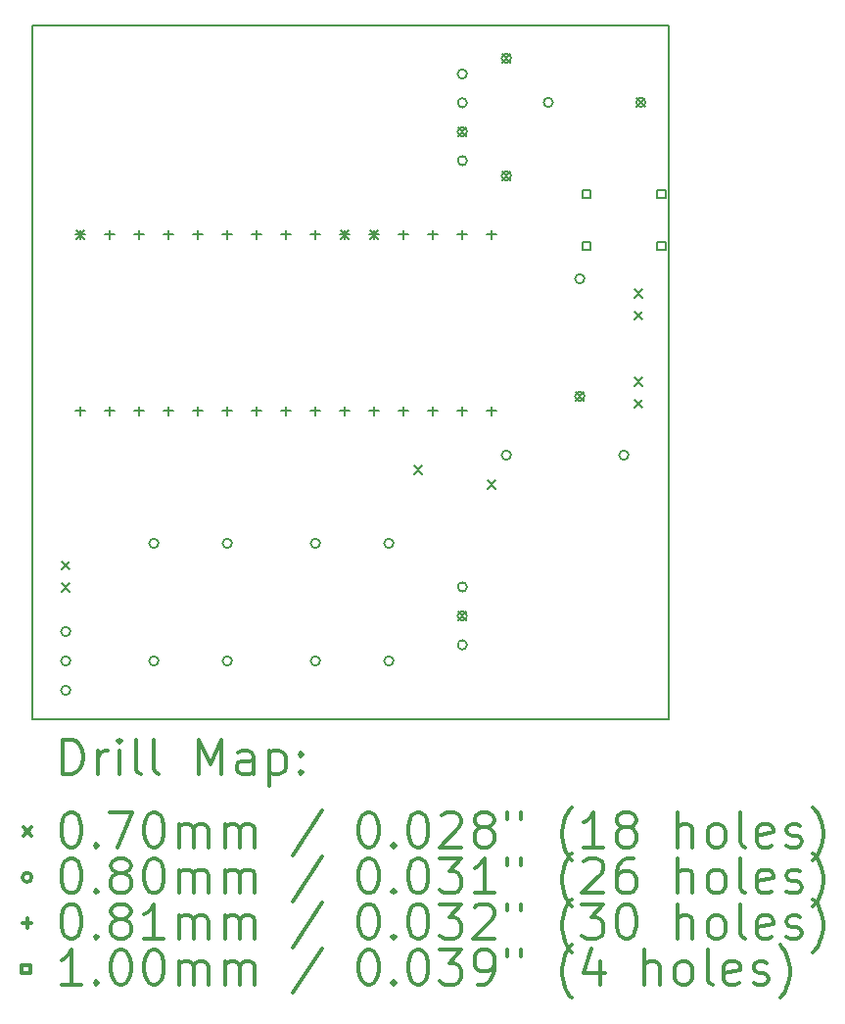
<source format=gbr>
%FSLAX45Y45*%
G04 Gerber Fmt 4.5, Leading zero omitted, Abs format (unit mm)*
G04 Created by KiCad (PCBNEW 4.0.6) date 01/11/18 13:17:49*
%MOMM*%
%LPD*%
G01*
G04 APERTURE LIST*
%ADD10C,0.127000*%
%ADD11C,0.150000*%
%ADD12C,0.200000*%
%ADD13C,0.300000*%
G04 APERTURE END LIST*
D10*
D11*
X15500000Y-16000000D02*
X15500000Y-10000000D01*
X10000000Y-16000000D02*
X15500000Y-16000000D01*
X10000000Y-10000000D02*
X10000000Y-16000000D01*
X15500000Y-10000000D02*
X10000000Y-10000000D01*
D12*
X10252000Y-14634000D02*
X10322000Y-14704000D01*
X10322000Y-14634000D02*
X10252000Y-14704000D01*
X10252000Y-14824000D02*
X10322000Y-14894000D01*
X10322000Y-14824000D02*
X10252000Y-14894000D01*
X10252000Y-14824000D02*
X10322000Y-14894000D01*
X10322000Y-14824000D02*
X10252000Y-14894000D01*
X10379000Y-11776000D02*
X10449000Y-11846000D01*
X10449000Y-11776000D02*
X10379000Y-11846000D01*
X12665000Y-11776000D02*
X12735000Y-11846000D01*
X12735000Y-11776000D02*
X12665000Y-11846000D01*
X12919000Y-11776000D02*
X12989000Y-11846000D01*
X12989000Y-11776000D02*
X12919000Y-11846000D01*
X13300000Y-13808000D02*
X13370000Y-13878000D01*
X13370000Y-13808000D02*
X13300000Y-13878000D01*
X13681000Y-10887000D02*
X13751000Y-10957000D01*
X13751000Y-10887000D02*
X13681000Y-10957000D01*
X13681000Y-15070000D02*
X13751000Y-15140000D01*
X13751000Y-15070000D02*
X13681000Y-15140000D01*
X13935000Y-13935000D02*
X14005000Y-14005000D01*
X14005000Y-13935000D02*
X13935000Y-14005000D01*
X14062000Y-10252000D02*
X14132000Y-10322000D01*
X14132000Y-10252000D02*
X14062000Y-10322000D01*
X14062000Y-11268000D02*
X14132000Y-11338000D01*
X14132000Y-11268000D02*
X14062000Y-11338000D01*
X14697000Y-13173000D02*
X14767000Y-13243000D01*
X14767000Y-13173000D02*
X14697000Y-13243000D01*
X15205000Y-12284000D02*
X15275000Y-12354000D01*
X15275000Y-12284000D02*
X15205000Y-12354000D01*
X15205000Y-12474000D02*
X15275000Y-12544000D01*
X15275000Y-12474000D02*
X15205000Y-12544000D01*
X15205000Y-13046000D02*
X15275000Y-13116000D01*
X15275000Y-13046000D02*
X15205000Y-13116000D01*
X15205000Y-13236000D02*
X15275000Y-13306000D01*
X15275000Y-13236000D02*
X15205000Y-13306000D01*
X15224000Y-10633000D02*
X15294000Y-10703000D01*
X15294000Y-10633000D02*
X15224000Y-10703000D01*
X10327000Y-15240000D02*
G75*
G03X10327000Y-15240000I-40000J0D01*
G01*
X10327000Y-15494000D02*
G75*
G03X10327000Y-15494000I-40000J0D01*
G01*
X10327000Y-15748000D02*
G75*
G03X10327000Y-15748000I-40000J0D01*
G01*
X11089000Y-14478000D02*
G75*
G03X11089000Y-14478000I-40000J0D01*
G01*
X11089000Y-15494000D02*
G75*
G03X11089000Y-15494000I-40000J0D01*
G01*
X11724000Y-14478000D02*
G75*
G03X11724000Y-14478000I-40000J0D01*
G01*
X11724000Y-15494000D02*
G75*
G03X11724000Y-15494000I-40000J0D01*
G01*
X12486000Y-14478000D02*
G75*
G03X12486000Y-14478000I-40000J0D01*
G01*
X12486000Y-15494000D02*
G75*
G03X12486000Y-15494000I-40000J0D01*
G01*
X13121000Y-14478000D02*
G75*
G03X13121000Y-14478000I-40000J0D01*
G01*
X13121000Y-15494000D02*
G75*
G03X13121000Y-15494000I-40000J0D01*
G01*
X13756000Y-10422000D02*
G75*
G03X13756000Y-10422000I-40000J0D01*
G01*
X13756000Y-10672000D02*
G75*
G03X13756000Y-10672000I-40000J0D01*
G01*
X13756000Y-10922000D02*
G75*
G03X13756000Y-10922000I-40000J0D01*
G01*
X13756000Y-11172000D02*
G75*
G03X13756000Y-11172000I-40000J0D01*
G01*
X13756000Y-14855000D02*
G75*
G03X13756000Y-14855000I-40000J0D01*
G01*
X13756000Y-15105000D02*
G75*
G03X13756000Y-15105000I-40000J0D01*
G01*
X13756000Y-15355000D02*
G75*
G03X13756000Y-15355000I-40000J0D01*
G01*
X14137000Y-10287000D02*
G75*
G03X14137000Y-10287000I-40000J0D01*
G01*
X14137000Y-11303000D02*
G75*
G03X14137000Y-11303000I-40000J0D01*
G01*
X14137000Y-13716000D02*
G75*
G03X14137000Y-13716000I-40000J0D01*
G01*
X14499000Y-10668000D02*
G75*
G03X14499000Y-10668000I-40000J0D01*
G01*
X14772000Y-12192000D02*
G75*
G03X14772000Y-12192000I-40000J0D01*
G01*
X14772000Y-13208000D02*
G75*
G03X14772000Y-13208000I-40000J0D01*
G01*
X15153000Y-13716000D02*
G75*
G03X15153000Y-13716000I-40000J0D01*
G01*
X15299000Y-10668000D02*
G75*
G03X15299000Y-10668000I-40000J0D01*
G01*
X10414000Y-11770360D02*
X10414000Y-11851640D01*
X10373360Y-11811000D02*
X10454640Y-11811000D01*
X10414000Y-13294360D02*
X10414000Y-13375640D01*
X10373360Y-13335000D02*
X10454640Y-13335000D01*
X10668000Y-11770360D02*
X10668000Y-11851640D01*
X10627360Y-11811000D02*
X10708640Y-11811000D01*
X10668000Y-13294360D02*
X10668000Y-13375640D01*
X10627360Y-13335000D02*
X10708640Y-13335000D01*
X10922000Y-11770360D02*
X10922000Y-11851640D01*
X10881360Y-11811000D02*
X10962640Y-11811000D01*
X10922000Y-13294360D02*
X10922000Y-13375640D01*
X10881360Y-13335000D02*
X10962640Y-13335000D01*
X11176000Y-11770360D02*
X11176000Y-11851640D01*
X11135360Y-11811000D02*
X11216640Y-11811000D01*
X11176000Y-13294360D02*
X11176000Y-13375640D01*
X11135360Y-13335000D02*
X11216640Y-13335000D01*
X11430000Y-11770360D02*
X11430000Y-11851640D01*
X11389360Y-11811000D02*
X11470640Y-11811000D01*
X11430000Y-13294360D02*
X11430000Y-13375640D01*
X11389360Y-13335000D02*
X11470640Y-13335000D01*
X11684000Y-11770360D02*
X11684000Y-11851640D01*
X11643360Y-11811000D02*
X11724640Y-11811000D01*
X11684000Y-13294360D02*
X11684000Y-13375640D01*
X11643360Y-13335000D02*
X11724640Y-13335000D01*
X11938000Y-11770360D02*
X11938000Y-11851640D01*
X11897360Y-11811000D02*
X11978640Y-11811000D01*
X11938000Y-13294360D02*
X11938000Y-13375640D01*
X11897360Y-13335000D02*
X11978640Y-13335000D01*
X12192000Y-11770360D02*
X12192000Y-11851640D01*
X12151360Y-11811000D02*
X12232640Y-11811000D01*
X12192000Y-13294360D02*
X12192000Y-13375640D01*
X12151360Y-13335000D02*
X12232640Y-13335000D01*
X12446000Y-11770360D02*
X12446000Y-11851640D01*
X12405360Y-11811000D02*
X12486640Y-11811000D01*
X12446000Y-13294360D02*
X12446000Y-13375640D01*
X12405360Y-13335000D02*
X12486640Y-13335000D01*
X12700000Y-11770360D02*
X12700000Y-11851640D01*
X12659360Y-11811000D02*
X12740640Y-11811000D01*
X12700000Y-13294360D02*
X12700000Y-13375640D01*
X12659360Y-13335000D02*
X12740640Y-13335000D01*
X12954000Y-11770360D02*
X12954000Y-11851640D01*
X12913360Y-11811000D02*
X12994640Y-11811000D01*
X12954000Y-13294360D02*
X12954000Y-13375640D01*
X12913360Y-13335000D02*
X12994640Y-13335000D01*
X13208000Y-11770360D02*
X13208000Y-11851640D01*
X13167360Y-11811000D02*
X13248640Y-11811000D01*
X13208000Y-13294360D02*
X13208000Y-13375640D01*
X13167360Y-13335000D02*
X13248640Y-13335000D01*
X13462000Y-11770360D02*
X13462000Y-11851640D01*
X13421360Y-11811000D02*
X13502640Y-11811000D01*
X13462000Y-13294360D02*
X13462000Y-13375640D01*
X13421360Y-13335000D02*
X13502640Y-13335000D01*
X13716000Y-11770360D02*
X13716000Y-11851640D01*
X13675360Y-11811000D02*
X13756640Y-11811000D01*
X13716000Y-13294360D02*
X13716000Y-13375640D01*
X13675360Y-13335000D02*
X13756640Y-13335000D01*
X13970000Y-11770360D02*
X13970000Y-11851640D01*
X13929360Y-11811000D02*
X14010640Y-11811000D01*
X13970000Y-13294360D02*
X13970000Y-13375640D01*
X13929360Y-13335000D02*
X14010640Y-13335000D01*
X14823356Y-11494356D02*
X14823356Y-11423644D01*
X14752644Y-11423644D01*
X14752644Y-11494356D01*
X14823356Y-11494356D01*
X14823356Y-11944356D02*
X14823356Y-11873644D01*
X14752644Y-11873644D01*
X14752644Y-11944356D01*
X14823356Y-11944356D01*
X15473356Y-11494356D02*
X15473356Y-11423644D01*
X15402644Y-11423644D01*
X15402644Y-11494356D01*
X15473356Y-11494356D01*
X15473356Y-11944356D02*
X15473356Y-11873644D01*
X15402644Y-11873644D01*
X15402644Y-11944356D01*
X15473356Y-11944356D01*
D13*
X10263929Y-16473214D02*
X10263929Y-16173214D01*
X10335357Y-16173214D01*
X10378214Y-16187500D01*
X10406786Y-16216071D01*
X10421071Y-16244643D01*
X10435357Y-16301786D01*
X10435357Y-16344643D01*
X10421071Y-16401786D01*
X10406786Y-16430357D01*
X10378214Y-16458929D01*
X10335357Y-16473214D01*
X10263929Y-16473214D01*
X10563929Y-16473214D02*
X10563929Y-16273214D01*
X10563929Y-16330357D02*
X10578214Y-16301786D01*
X10592500Y-16287500D01*
X10621071Y-16273214D01*
X10649643Y-16273214D01*
X10749643Y-16473214D02*
X10749643Y-16273214D01*
X10749643Y-16173214D02*
X10735357Y-16187500D01*
X10749643Y-16201786D01*
X10763929Y-16187500D01*
X10749643Y-16173214D01*
X10749643Y-16201786D01*
X10935357Y-16473214D02*
X10906786Y-16458929D01*
X10892500Y-16430357D01*
X10892500Y-16173214D01*
X11092500Y-16473214D02*
X11063929Y-16458929D01*
X11049643Y-16430357D01*
X11049643Y-16173214D01*
X11435357Y-16473214D02*
X11435357Y-16173214D01*
X11535357Y-16387500D01*
X11635357Y-16173214D01*
X11635357Y-16473214D01*
X11906786Y-16473214D02*
X11906786Y-16316071D01*
X11892500Y-16287500D01*
X11863928Y-16273214D01*
X11806786Y-16273214D01*
X11778214Y-16287500D01*
X11906786Y-16458929D02*
X11878214Y-16473214D01*
X11806786Y-16473214D01*
X11778214Y-16458929D01*
X11763928Y-16430357D01*
X11763928Y-16401786D01*
X11778214Y-16373214D01*
X11806786Y-16358929D01*
X11878214Y-16358929D01*
X11906786Y-16344643D01*
X12049643Y-16273214D02*
X12049643Y-16573214D01*
X12049643Y-16287500D02*
X12078214Y-16273214D01*
X12135357Y-16273214D01*
X12163928Y-16287500D01*
X12178214Y-16301786D01*
X12192500Y-16330357D01*
X12192500Y-16416071D01*
X12178214Y-16444643D01*
X12163928Y-16458929D01*
X12135357Y-16473214D01*
X12078214Y-16473214D01*
X12049643Y-16458929D01*
X12321071Y-16444643D02*
X12335357Y-16458929D01*
X12321071Y-16473214D01*
X12306786Y-16458929D01*
X12321071Y-16444643D01*
X12321071Y-16473214D01*
X12321071Y-16287500D02*
X12335357Y-16301786D01*
X12321071Y-16316071D01*
X12306786Y-16301786D01*
X12321071Y-16287500D01*
X12321071Y-16316071D01*
X9922500Y-16932500D02*
X9992500Y-17002500D01*
X9992500Y-16932500D02*
X9922500Y-17002500D01*
X10321071Y-16803214D02*
X10349643Y-16803214D01*
X10378214Y-16817500D01*
X10392500Y-16831786D01*
X10406786Y-16860357D01*
X10421071Y-16917500D01*
X10421071Y-16988929D01*
X10406786Y-17046072D01*
X10392500Y-17074643D01*
X10378214Y-17088929D01*
X10349643Y-17103214D01*
X10321071Y-17103214D01*
X10292500Y-17088929D01*
X10278214Y-17074643D01*
X10263929Y-17046072D01*
X10249643Y-16988929D01*
X10249643Y-16917500D01*
X10263929Y-16860357D01*
X10278214Y-16831786D01*
X10292500Y-16817500D01*
X10321071Y-16803214D01*
X10549643Y-17074643D02*
X10563929Y-17088929D01*
X10549643Y-17103214D01*
X10535357Y-17088929D01*
X10549643Y-17074643D01*
X10549643Y-17103214D01*
X10663928Y-16803214D02*
X10863928Y-16803214D01*
X10735357Y-17103214D01*
X11035357Y-16803214D02*
X11063929Y-16803214D01*
X11092500Y-16817500D01*
X11106786Y-16831786D01*
X11121071Y-16860357D01*
X11135357Y-16917500D01*
X11135357Y-16988929D01*
X11121071Y-17046072D01*
X11106786Y-17074643D01*
X11092500Y-17088929D01*
X11063929Y-17103214D01*
X11035357Y-17103214D01*
X11006786Y-17088929D01*
X10992500Y-17074643D01*
X10978214Y-17046072D01*
X10963929Y-16988929D01*
X10963929Y-16917500D01*
X10978214Y-16860357D01*
X10992500Y-16831786D01*
X11006786Y-16817500D01*
X11035357Y-16803214D01*
X11263928Y-17103214D02*
X11263928Y-16903214D01*
X11263928Y-16931786D02*
X11278214Y-16917500D01*
X11306786Y-16903214D01*
X11349643Y-16903214D01*
X11378214Y-16917500D01*
X11392500Y-16946072D01*
X11392500Y-17103214D01*
X11392500Y-16946072D02*
X11406786Y-16917500D01*
X11435357Y-16903214D01*
X11478214Y-16903214D01*
X11506786Y-16917500D01*
X11521071Y-16946072D01*
X11521071Y-17103214D01*
X11663928Y-17103214D02*
X11663928Y-16903214D01*
X11663928Y-16931786D02*
X11678214Y-16917500D01*
X11706786Y-16903214D01*
X11749643Y-16903214D01*
X11778214Y-16917500D01*
X11792500Y-16946072D01*
X11792500Y-17103214D01*
X11792500Y-16946072D02*
X11806786Y-16917500D01*
X11835357Y-16903214D01*
X11878214Y-16903214D01*
X11906786Y-16917500D01*
X11921071Y-16946072D01*
X11921071Y-17103214D01*
X12506786Y-16788929D02*
X12249643Y-17174643D01*
X12892500Y-16803214D02*
X12921071Y-16803214D01*
X12949643Y-16817500D01*
X12963928Y-16831786D01*
X12978214Y-16860357D01*
X12992500Y-16917500D01*
X12992500Y-16988929D01*
X12978214Y-17046072D01*
X12963928Y-17074643D01*
X12949643Y-17088929D01*
X12921071Y-17103214D01*
X12892500Y-17103214D01*
X12863928Y-17088929D01*
X12849643Y-17074643D01*
X12835357Y-17046072D01*
X12821071Y-16988929D01*
X12821071Y-16917500D01*
X12835357Y-16860357D01*
X12849643Y-16831786D01*
X12863928Y-16817500D01*
X12892500Y-16803214D01*
X13121071Y-17074643D02*
X13135357Y-17088929D01*
X13121071Y-17103214D01*
X13106786Y-17088929D01*
X13121071Y-17074643D01*
X13121071Y-17103214D01*
X13321071Y-16803214D02*
X13349643Y-16803214D01*
X13378214Y-16817500D01*
X13392500Y-16831786D01*
X13406785Y-16860357D01*
X13421071Y-16917500D01*
X13421071Y-16988929D01*
X13406785Y-17046072D01*
X13392500Y-17074643D01*
X13378214Y-17088929D01*
X13349643Y-17103214D01*
X13321071Y-17103214D01*
X13292500Y-17088929D01*
X13278214Y-17074643D01*
X13263928Y-17046072D01*
X13249643Y-16988929D01*
X13249643Y-16917500D01*
X13263928Y-16860357D01*
X13278214Y-16831786D01*
X13292500Y-16817500D01*
X13321071Y-16803214D01*
X13535357Y-16831786D02*
X13549643Y-16817500D01*
X13578214Y-16803214D01*
X13649643Y-16803214D01*
X13678214Y-16817500D01*
X13692500Y-16831786D01*
X13706785Y-16860357D01*
X13706785Y-16888929D01*
X13692500Y-16931786D01*
X13521071Y-17103214D01*
X13706785Y-17103214D01*
X13878214Y-16931786D02*
X13849643Y-16917500D01*
X13835357Y-16903214D01*
X13821071Y-16874643D01*
X13821071Y-16860357D01*
X13835357Y-16831786D01*
X13849643Y-16817500D01*
X13878214Y-16803214D01*
X13935357Y-16803214D01*
X13963928Y-16817500D01*
X13978214Y-16831786D01*
X13992500Y-16860357D01*
X13992500Y-16874643D01*
X13978214Y-16903214D01*
X13963928Y-16917500D01*
X13935357Y-16931786D01*
X13878214Y-16931786D01*
X13849643Y-16946072D01*
X13835357Y-16960357D01*
X13821071Y-16988929D01*
X13821071Y-17046072D01*
X13835357Y-17074643D01*
X13849643Y-17088929D01*
X13878214Y-17103214D01*
X13935357Y-17103214D01*
X13963928Y-17088929D01*
X13978214Y-17074643D01*
X13992500Y-17046072D01*
X13992500Y-16988929D01*
X13978214Y-16960357D01*
X13963928Y-16946072D01*
X13935357Y-16931786D01*
X14106786Y-16803214D02*
X14106786Y-16860357D01*
X14221071Y-16803214D02*
X14221071Y-16860357D01*
X14663928Y-17217500D02*
X14649643Y-17203214D01*
X14621071Y-17160357D01*
X14606785Y-17131786D01*
X14592500Y-17088929D01*
X14578214Y-17017500D01*
X14578214Y-16960357D01*
X14592500Y-16888929D01*
X14606785Y-16846072D01*
X14621071Y-16817500D01*
X14649643Y-16774643D01*
X14663928Y-16760357D01*
X14935357Y-17103214D02*
X14763928Y-17103214D01*
X14849643Y-17103214D02*
X14849643Y-16803214D01*
X14821071Y-16846072D01*
X14792500Y-16874643D01*
X14763928Y-16888929D01*
X15106785Y-16931786D02*
X15078214Y-16917500D01*
X15063928Y-16903214D01*
X15049643Y-16874643D01*
X15049643Y-16860357D01*
X15063928Y-16831786D01*
X15078214Y-16817500D01*
X15106785Y-16803214D01*
X15163928Y-16803214D01*
X15192500Y-16817500D01*
X15206785Y-16831786D01*
X15221071Y-16860357D01*
X15221071Y-16874643D01*
X15206785Y-16903214D01*
X15192500Y-16917500D01*
X15163928Y-16931786D01*
X15106785Y-16931786D01*
X15078214Y-16946072D01*
X15063928Y-16960357D01*
X15049643Y-16988929D01*
X15049643Y-17046072D01*
X15063928Y-17074643D01*
X15078214Y-17088929D01*
X15106785Y-17103214D01*
X15163928Y-17103214D01*
X15192500Y-17088929D01*
X15206785Y-17074643D01*
X15221071Y-17046072D01*
X15221071Y-16988929D01*
X15206785Y-16960357D01*
X15192500Y-16946072D01*
X15163928Y-16931786D01*
X15578214Y-17103214D02*
X15578214Y-16803214D01*
X15706785Y-17103214D02*
X15706785Y-16946072D01*
X15692500Y-16917500D01*
X15663928Y-16903214D01*
X15621071Y-16903214D01*
X15592500Y-16917500D01*
X15578214Y-16931786D01*
X15892500Y-17103214D02*
X15863928Y-17088929D01*
X15849643Y-17074643D01*
X15835357Y-17046072D01*
X15835357Y-16960357D01*
X15849643Y-16931786D01*
X15863928Y-16917500D01*
X15892500Y-16903214D01*
X15935357Y-16903214D01*
X15963928Y-16917500D01*
X15978214Y-16931786D01*
X15992500Y-16960357D01*
X15992500Y-17046072D01*
X15978214Y-17074643D01*
X15963928Y-17088929D01*
X15935357Y-17103214D01*
X15892500Y-17103214D01*
X16163928Y-17103214D02*
X16135357Y-17088929D01*
X16121071Y-17060357D01*
X16121071Y-16803214D01*
X16392500Y-17088929D02*
X16363928Y-17103214D01*
X16306786Y-17103214D01*
X16278214Y-17088929D01*
X16263928Y-17060357D01*
X16263928Y-16946072D01*
X16278214Y-16917500D01*
X16306786Y-16903214D01*
X16363928Y-16903214D01*
X16392500Y-16917500D01*
X16406786Y-16946072D01*
X16406786Y-16974643D01*
X16263928Y-17003214D01*
X16521071Y-17088929D02*
X16549643Y-17103214D01*
X16606786Y-17103214D01*
X16635357Y-17088929D01*
X16649643Y-17060357D01*
X16649643Y-17046072D01*
X16635357Y-17017500D01*
X16606786Y-17003214D01*
X16563928Y-17003214D01*
X16535357Y-16988929D01*
X16521071Y-16960357D01*
X16521071Y-16946072D01*
X16535357Y-16917500D01*
X16563928Y-16903214D01*
X16606786Y-16903214D01*
X16635357Y-16917500D01*
X16749643Y-17217500D02*
X16763928Y-17203214D01*
X16792500Y-17160357D01*
X16806786Y-17131786D01*
X16821071Y-17088929D01*
X16835357Y-17017500D01*
X16835357Y-16960357D01*
X16821071Y-16888929D01*
X16806786Y-16846072D01*
X16792500Y-16817500D01*
X16763928Y-16774643D01*
X16749643Y-16760357D01*
X9992500Y-17363500D02*
G75*
G03X9992500Y-17363500I-40000J0D01*
G01*
X10321071Y-17199214D02*
X10349643Y-17199214D01*
X10378214Y-17213500D01*
X10392500Y-17227786D01*
X10406786Y-17256357D01*
X10421071Y-17313500D01*
X10421071Y-17384929D01*
X10406786Y-17442072D01*
X10392500Y-17470643D01*
X10378214Y-17484929D01*
X10349643Y-17499214D01*
X10321071Y-17499214D01*
X10292500Y-17484929D01*
X10278214Y-17470643D01*
X10263929Y-17442072D01*
X10249643Y-17384929D01*
X10249643Y-17313500D01*
X10263929Y-17256357D01*
X10278214Y-17227786D01*
X10292500Y-17213500D01*
X10321071Y-17199214D01*
X10549643Y-17470643D02*
X10563929Y-17484929D01*
X10549643Y-17499214D01*
X10535357Y-17484929D01*
X10549643Y-17470643D01*
X10549643Y-17499214D01*
X10735357Y-17327786D02*
X10706786Y-17313500D01*
X10692500Y-17299214D01*
X10678214Y-17270643D01*
X10678214Y-17256357D01*
X10692500Y-17227786D01*
X10706786Y-17213500D01*
X10735357Y-17199214D01*
X10792500Y-17199214D01*
X10821071Y-17213500D01*
X10835357Y-17227786D01*
X10849643Y-17256357D01*
X10849643Y-17270643D01*
X10835357Y-17299214D01*
X10821071Y-17313500D01*
X10792500Y-17327786D01*
X10735357Y-17327786D01*
X10706786Y-17342072D01*
X10692500Y-17356357D01*
X10678214Y-17384929D01*
X10678214Y-17442072D01*
X10692500Y-17470643D01*
X10706786Y-17484929D01*
X10735357Y-17499214D01*
X10792500Y-17499214D01*
X10821071Y-17484929D01*
X10835357Y-17470643D01*
X10849643Y-17442072D01*
X10849643Y-17384929D01*
X10835357Y-17356357D01*
X10821071Y-17342072D01*
X10792500Y-17327786D01*
X11035357Y-17199214D02*
X11063929Y-17199214D01*
X11092500Y-17213500D01*
X11106786Y-17227786D01*
X11121071Y-17256357D01*
X11135357Y-17313500D01*
X11135357Y-17384929D01*
X11121071Y-17442072D01*
X11106786Y-17470643D01*
X11092500Y-17484929D01*
X11063929Y-17499214D01*
X11035357Y-17499214D01*
X11006786Y-17484929D01*
X10992500Y-17470643D01*
X10978214Y-17442072D01*
X10963929Y-17384929D01*
X10963929Y-17313500D01*
X10978214Y-17256357D01*
X10992500Y-17227786D01*
X11006786Y-17213500D01*
X11035357Y-17199214D01*
X11263928Y-17499214D02*
X11263928Y-17299214D01*
X11263928Y-17327786D02*
X11278214Y-17313500D01*
X11306786Y-17299214D01*
X11349643Y-17299214D01*
X11378214Y-17313500D01*
X11392500Y-17342072D01*
X11392500Y-17499214D01*
X11392500Y-17342072D02*
X11406786Y-17313500D01*
X11435357Y-17299214D01*
X11478214Y-17299214D01*
X11506786Y-17313500D01*
X11521071Y-17342072D01*
X11521071Y-17499214D01*
X11663928Y-17499214D02*
X11663928Y-17299214D01*
X11663928Y-17327786D02*
X11678214Y-17313500D01*
X11706786Y-17299214D01*
X11749643Y-17299214D01*
X11778214Y-17313500D01*
X11792500Y-17342072D01*
X11792500Y-17499214D01*
X11792500Y-17342072D02*
X11806786Y-17313500D01*
X11835357Y-17299214D01*
X11878214Y-17299214D01*
X11906786Y-17313500D01*
X11921071Y-17342072D01*
X11921071Y-17499214D01*
X12506786Y-17184929D02*
X12249643Y-17570643D01*
X12892500Y-17199214D02*
X12921071Y-17199214D01*
X12949643Y-17213500D01*
X12963928Y-17227786D01*
X12978214Y-17256357D01*
X12992500Y-17313500D01*
X12992500Y-17384929D01*
X12978214Y-17442072D01*
X12963928Y-17470643D01*
X12949643Y-17484929D01*
X12921071Y-17499214D01*
X12892500Y-17499214D01*
X12863928Y-17484929D01*
X12849643Y-17470643D01*
X12835357Y-17442072D01*
X12821071Y-17384929D01*
X12821071Y-17313500D01*
X12835357Y-17256357D01*
X12849643Y-17227786D01*
X12863928Y-17213500D01*
X12892500Y-17199214D01*
X13121071Y-17470643D02*
X13135357Y-17484929D01*
X13121071Y-17499214D01*
X13106786Y-17484929D01*
X13121071Y-17470643D01*
X13121071Y-17499214D01*
X13321071Y-17199214D02*
X13349643Y-17199214D01*
X13378214Y-17213500D01*
X13392500Y-17227786D01*
X13406785Y-17256357D01*
X13421071Y-17313500D01*
X13421071Y-17384929D01*
X13406785Y-17442072D01*
X13392500Y-17470643D01*
X13378214Y-17484929D01*
X13349643Y-17499214D01*
X13321071Y-17499214D01*
X13292500Y-17484929D01*
X13278214Y-17470643D01*
X13263928Y-17442072D01*
X13249643Y-17384929D01*
X13249643Y-17313500D01*
X13263928Y-17256357D01*
X13278214Y-17227786D01*
X13292500Y-17213500D01*
X13321071Y-17199214D01*
X13521071Y-17199214D02*
X13706785Y-17199214D01*
X13606785Y-17313500D01*
X13649643Y-17313500D01*
X13678214Y-17327786D01*
X13692500Y-17342072D01*
X13706785Y-17370643D01*
X13706785Y-17442072D01*
X13692500Y-17470643D01*
X13678214Y-17484929D01*
X13649643Y-17499214D01*
X13563928Y-17499214D01*
X13535357Y-17484929D01*
X13521071Y-17470643D01*
X13992500Y-17499214D02*
X13821071Y-17499214D01*
X13906785Y-17499214D02*
X13906785Y-17199214D01*
X13878214Y-17242072D01*
X13849643Y-17270643D01*
X13821071Y-17284929D01*
X14106786Y-17199214D02*
X14106786Y-17256357D01*
X14221071Y-17199214D02*
X14221071Y-17256357D01*
X14663928Y-17613500D02*
X14649643Y-17599214D01*
X14621071Y-17556357D01*
X14606785Y-17527786D01*
X14592500Y-17484929D01*
X14578214Y-17413500D01*
X14578214Y-17356357D01*
X14592500Y-17284929D01*
X14606785Y-17242072D01*
X14621071Y-17213500D01*
X14649643Y-17170643D01*
X14663928Y-17156357D01*
X14763928Y-17227786D02*
X14778214Y-17213500D01*
X14806785Y-17199214D01*
X14878214Y-17199214D01*
X14906785Y-17213500D01*
X14921071Y-17227786D01*
X14935357Y-17256357D01*
X14935357Y-17284929D01*
X14921071Y-17327786D01*
X14749643Y-17499214D01*
X14935357Y-17499214D01*
X15192500Y-17199214D02*
X15135357Y-17199214D01*
X15106785Y-17213500D01*
X15092500Y-17227786D01*
X15063928Y-17270643D01*
X15049643Y-17327786D01*
X15049643Y-17442072D01*
X15063928Y-17470643D01*
X15078214Y-17484929D01*
X15106785Y-17499214D01*
X15163928Y-17499214D01*
X15192500Y-17484929D01*
X15206785Y-17470643D01*
X15221071Y-17442072D01*
X15221071Y-17370643D01*
X15206785Y-17342072D01*
X15192500Y-17327786D01*
X15163928Y-17313500D01*
X15106785Y-17313500D01*
X15078214Y-17327786D01*
X15063928Y-17342072D01*
X15049643Y-17370643D01*
X15578214Y-17499214D02*
X15578214Y-17199214D01*
X15706785Y-17499214D02*
X15706785Y-17342072D01*
X15692500Y-17313500D01*
X15663928Y-17299214D01*
X15621071Y-17299214D01*
X15592500Y-17313500D01*
X15578214Y-17327786D01*
X15892500Y-17499214D02*
X15863928Y-17484929D01*
X15849643Y-17470643D01*
X15835357Y-17442072D01*
X15835357Y-17356357D01*
X15849643Y-17327786D01*
X15863928Y-17313500D01*
X15892500Y-17299214D01*
X15935357Y-17299214D01*
X15963928Y-17313500D01*
X15978214Y-17327786D01*
X15992500Y-17356357D01*
X15992500Y-17442072D01*
X15978214Y-17470643D01*
X15963928Y-17484929D01*
X15935357Y-17499214D01*
X15892500Y-17499214D01*
X16163928Y-17499214D02*
X16135357Y-17484929D01*
X16121071Y-17456357D01*
X16121071Y-17199214D01*
X16392500Y-17484929D02*
X16363928Y-17499214D01*
X16306786Y-17499214D01*
X16278214Y-17484929D01*
X16263928Y-17456357D01*
X16263928Y-17342072D01*
X16278214Y-17313500D01*
X16306786Y-17299214D01*
X16363928Y-17299214D01*
X16392500Y-17313500D01*
X16406786Y-17342072D01*
X16406786Y-17370643D01*
X16263928Y-17399214D01*
X16521071Y-17484929D02*
X16549643Y-17499214D01*
X16606786Y-17499214D01*
X16635357Y-17484929D01*
X16649643Y-17456357D01*
X16649643Y-17442072D01*
X16635357Y-17413500D01*
X16606786Y-17399214D01*
X16563928Y-17399214D01*
X16535357Y-17384929D01*
X16521071Y-17356357D01*
X16521071Y-17342072D01*
X16535357Y-17313500D01*
X16563928Y-17299214D01*
X16606786Y-17299214D01*
X16635357Y-17313500D01*
X16749643Y-17613500D02*
X16763928Y-17599214D01*
X16792500Y-17556357D01*
X16806786Y-17527786D01*
X16821071Y-17484929D01*
X16835357Y-17413500D01*
X16835357Y-17356357D01*
X16821071Y-17284929D01*
X16806786Y-17242072D01*
X16792500Y-17213500D01*
X16763928Y-17170643D01*
X16749643Y-17156357D01*
X9951860Y-17718860D02*
X9951860Y-17800140D01*
X9911220Y-17759500D02*
X9992500Y-17759500D01*
X10321071Y-17595214D02*
X10349643Y-17595214D01*
X10378214Y-17609500D01*
X10392500Y-17623786D01*
X10406786Y-17652357D01*
X10421071Y-17709500D01*
X10421071Y-17780929D01*
X10406786Y-17838072D01*
X10392500Y-17866643D01*
X10378214Y-17880929D01*
X10349643Y-17895214D01*
X10321071Y-17895214D01*
X10292500Y-17880929D01*
X10278214Y-17866643D01*
X10263929Y-17838072D01*
X10249643Y-17780929D01*
X10249643Y-17709500D01*
X10263929Y-17652357D01*
X10278214Y-17623786D01*
X10292500Y-17609500D01*
X10321071Y-17595214D01*
X10549643Y-17866643D02*
X10563929Y-17880929D01*
X10549643Y-17895214D01*
X10535357Y-17880929D01*
X10549643Y-17866643D01*
X10549643Y-17895214D01*
X10735357Y-17723786D02*
X10706786Y-17709500D01*
X10692500Y-17695214D01*
X10678214Y-17666643D01*
X10678214Y-17652357D01*
X10692500Y-17623786D01*
X10706786Y-17609500D01*
X10735357Y-17595214D01*
X10792500Y-17595214D01*
X10821071Y-17609500D01*
X10835357Y-17623786D01*
X10849643Y-17652357D01*
X10849643Y-17666643D01*
X10835357Y-17695214D01*
X10821071Y-17709500D01*
X10792500Y-17723786D01*
X10735357Y-17723786D01*
X10706786Y-17738072D01*
X10692500Y-17752357D01*
X10678214Y-17780929D01*
X10678214Y-17838072D01*
X10692500Y-17866643D01*
X10706786Y-17880929D01*
X10735357Y-17895214D01*
X10792500Y-17895214D01*
X10821071Y-17880929D01*
X10835357Y-17866643D01*
X10849643Y-17838072D01*
X10849643Y-17780929D01*
X10835357Y-17752357D01*
X10821071Y-17738072D01*
X10792500Y-17723786D01*
X11135357Y-17895214D02*
X10963929Y-17895214D01*
X11049643Y-17895214D02*
X11049643Y-17595214D01*
X11021071Y-17638072D01*
X10992500Y-17666643D01*
X10963929Y-17680929D01*
X11263928Y-17895214D02*
X11263928Y-17695214D01*
X11263928Y-17723786D02*
X11278214Y-17709500D01*
X11306786Y-17695214D01*
X11349643Y-17695214D01*
X11378214Y-17709500D01*
X11392500Y-17738072D01*
X11392500Y-17895214D01*
X11392500Y-17738072D02*
X11406786Y-17709500D01*
X11435357Y-17695214D01*
X11478214Y-17695214D01*
X11506786Y-17709500D01*
X11521071Y-17738072D01*
X11521071Y-17895214D01*
X11663928Y-17895214D02*
X11663928Y-17695214D01*
X11663928Y-17723786D02*
X11678214Y-17709500D01*
X11706786Y-17695214D01*
X11749643Y-17695214D01*
X11778214Y-17709500D01*
X11792500Y-17738072D01*
X11792500Y-17895214D01*
X11792500Y-17738072D02*
X11806786Y-17709500D01*
X11835357Y-17695214D01*
X11878214Y-17695214D01*
X11906786Y-17709500D01*
X11921071Y-17738072D01*
X11921071Y-17895214D01*
X12506786Y-17580929D02*
X12249643Y-17966643D01*
X12892500Y-17595214D02*
X12921071Y-17595214D01*
X12949643Y-17609500D01*
X12963928Y-17623786D01*
X12978214Y-17652357D01*
X12992500Y-17709500D01*
X12992500Y-17780929D01*
X12978214Y-17838072D01*
X12963928Y-17866643D01*
X12949643Y-17880929D01*
X12921071Y-17895214D01*
X12892500Y-17895214D01*
X12863928Y-17880929D01*
X12849643Y-17866643D01*
X12835357Y-17838072D01*
X12821071Y-17780929D01*
X12821071Y-17709500D01*
X12835357Y-17652357D01*
X12849643Y-17623786D01*
X12863928Y-17609500D01*
X12892500Y-17595214D01*
X13121071Y-17866643D02*
X13135357Y-17880929D01*
X13121071Y-17895214D01*
X13106786Y-17880929D01*
X13121071Y-17866643D01*
X13121071Y-17895214D01*
X13321071Y-17595214D02*
X13349643Y-17595214D01*
X13378214Y-17609500D01*
X13392500Y-17623786D01*
X13406785Y-17652357D01*
X13421071Y-17709500D01*
X13421071Y-17780929D01*
X13406785Y-17838072D01*
X13392500Y-17866643D01*
X13378214Y-17880929D01*
X13349643Y-17895214D01*
X13321071Y-17895214D01*
X13292500Y-17880929D01*
X13278214Y-17866643D01*
X13263928Y-17838072D01*
X13249643Y-17780929D01*
X13249643Y-17709500D01*
X13263928Y-17652357D01*
X13278214Y-17623786D01*
X13292500Y-17609500D01*
X13321071Y-17595214D01*
X13521071Y-17595214D02*
X13706785Y-17595214D01*
X13606785Y-17709500D01*
X13649643Y-17709500D01*
X13678214Y-17723786D01*
X13692500Y-17738072D01*
X13706785Y-17766643D01*
X13706785Y-17838072D01*
X13692500Y-17866643D01*
X13678214Y-17880929D01*
X13649643Y-17895214D01*
X13563928Y-17895214D01*
X13535357Y-17880929D01*
X13521071Y-17866643D01*
X13821071Y-17623786D02*
X13835357Y-17609500D01*
X13863928Y-17595214D01*
X13935357Y-17595214D01*
X13963928Y-17609500D01*
X13978214Y-17623786D01*
X13992500Y-17652357D01*
X13992500Y-17680929D01*
X13978214Y-17723786D01*
X13806785Y-17895214D01*
X13992500Y-17895214D01*
X14106786Y-17595214D02*
X14106786Y-17652357D01*
X14221071Y-17595214D02*
X14221071Y-17652357D01*
X14663928Y-18009500D02*
X14649643Y-17995214D01*
X14621071Y-17952357D01*
X14606785Y-17923786D01*
X14592500Y-17880929D01*
X14578214Y-17809500D01*
X14578214Y-17752357D01*
X14592500Y-17680929D01*
X14606785Y-17638072D01*
X14621071Y-17609500D01*
X14649643Y-17566643D01*
X14663928Y-17552357D01*
X14749643Y-17595214D02*
X14935357Y-17595214D01*
X14835357Y-17709500D01*
X14878214Y-17709500D01*
X14906785Y-17723786D01*
X14921071Y-17738072D01*
X14935357Y-17766643D01*
X14935357Y-17838072D01*
X14921071Y-17866643D01*
X14906785Y-17880929D01*
X14878214Y-17895214D01*
X14792500Y-17895214D01*
X14763928Y-17880929D01*
X14749643Y-17866643D01*
X15121071Y-17595214D02*
X15149643Y-17595214D01*
X15178214Y-17609500D01*
X15192500Y-17623786D01*
X15206785Y-17652357D01*
X15221071Y-17709500D01*
X15221071Y-17780929D01*
X15206785Y-17838072D01*
X15192500Y-17866643D01*
X15178214Y-17880929D01*
X15149643Y-17895214D01*
X15121071Y-17895214D01*
X15092500Y-17880929D01*
X15078214Y-17866643D01*
X15063928Y-17838072D01*
X15049643Y-17780929D01*
X15049643Y-17709500D01*
X15063928Y-17652357D01*
X15078214Y-17623786D01*
X15092500Y-17609500D01*
X15121071Y-17595214D01*
X15578214Y-17895214D02*
X15578214Y-17595214D01*
X15706785Y-17895214D02*
X15706785Y-17738072D01*
X15692500Y-17709500D01*
X15663928Y-17695214D01*
X15621071Y-17695214D01*
X15592500Y-17709500D01*
X15578214Y-17723786D01*
X15892500Y-17895214D02*
X15863928Y-17880929D01*
X15849643Y-17866643D01*
X15835357Y-17838072D01*
X15835357Y-17752357D01*
X15849643Y-17723786D01*
X15863928Y-17709500D01*
X15892500Y-17695214D01*
X15935357Y-17695214D01*
X15963928Y-17709500D01*
X15978214Y-17723786D01*
X15992500Y-17752357D01*
X15992500Y-17838072D01*
X15978214Y-17866643D01*
X15963928Y-17880929D01*
X15935357Y-17895214D01*
X15892500Y-17895214D01*
X16163928Y-17895214D02*
X16135357Y-17880929D01*
X16121071Y-17852357D01*
X16121071Y-17595214D01*
X16392500Y-17880929D02*
X16363928Y-17895214D01*
X16306786Y-17895214D01*
X16278214Y-17880929D01*
X16263928Y-17852357D01*
X16263928Y-17738072D01*
X16278214Y-17709500D01*
X16306786Y-17695214D01*
X16363928Y-17695214D01*
X16392500Y-17709500D01*
X16406786Y-17738072D01*
X16406786Y-17766643D01*
X16263928Y-17795214D01*
X16521071Y-17880929D02*
X16549643Y-17895214D01*
X16606786Y-17895214D01*
X16635357Y-17880929D01*
X16649643Y-17852357D01*
X16649643Y-17838072D01*
X16635357Y-17809500D01*
X16606786Y-17795214D01*
X16563928Y-17795214D01*
X16535357Y-17780929D01*
X16521071Y-17752357D01*
X16521071Y-17738072D01*
X16535357Y-17709500D01*
X16563928Y-17695214D01*
X16606786Y-17695214D01*
X16635357Y-17709500D01*
X16749643Y-18009500D02*
X16763928Y-17995214D01*
X16792500Y-17952357D01*
X16806786Y-17923786D01*
X16821071Y-17880929D01*
X16835357Y-17809500D01*
X16835357Y-17752357D01*
X16821071Y-17680929D01*
X16806786Y-17638072D01*
X16792500Y-17609500D01*
X16763928Y-17566643D01*
X16749643Y-17552357D01*
X9977856Y-18190856D02*
X9977856Y-18120144D01*
X9907144Y-18120144D01*
X9907144Y-18190856D01*
X9977856Y-18190856D01*
X10421071Y-18291214D02*
X10249643Y-18291214D01*
X10335357Y-18291214D02*
X10335357Y-17991214D01*
X10306786Y-18034072D01*
X10278214Y-18062643D01*
X10249643Y-18076929D01*
X10549643Y-18262643D02*
X10563929Y-18276929D01*
X10549643Y-18291214D01*
X10535357Y-18276929D01*
X10549643Y-18262643D01*
X10549643Y-18291214D01*
X10749643Y-17991214D02*
X10778214Y-17991214D01*
X10806786Y-18005500D01*
X10821071Y-18019786D01*
X10835357Y-18048357D01*
X10849643Y-18105500D01*
X10849643Y-18176929D01*
X10835357Y-18234072D01*
X10821071Y-18262643D01*
X10806786Y-18276929D01*
X10778214Y-18291214D01*
X10749643Y-18291214D01*
X10721071Y-18276929D01*
X10706786Y-18262643D01*
X10692500Y-18234072D01*
X10678214Y-18176929D01*
X10678214Y-18105500D01*
X10692500Y-18048357D01*
X10706786Y-18019786D01*
X10721071Y-18005500D01*
X10749643Y-17991214D01*
X11035357Y-17991214D02*
X11063929Y-17991214D01*
X11092500Y-18005500D01*
X11106786Y-18019786D01*
X11121071Y-18048357D01*
X11135357Y-18105500D01*
X11135357Y-18176929D01*
X11121071Y-18234072D01*
X11106786Y-18262643D01*
X11092500Y-18276929D01*
X11063929Y-18291214D01*
X11035357Y-18291214D01*
X11006786Y-18276929D01*
X10992500Y-18262643D01*
X10978214Y-18234072D01*
X10963929Y-18176929D01*
X10963929Y-18105500D01*
X10978214Y-18048357D01*
X10992500Y-18019786D01*
X11006786Y-18005500D01*
X11035357Y-17991214D01*
X11263928Y-18291214D02*
X11263928Y-18091214D01*
X11263928Y-18119786D02*
X11278214Y-18105500D01*
X11306786Y-18091214D01*
X11349643Y-18091214D01*
X11378214Y-18105500D01*
X11392500Y-18134072D01*
X11392500Y-18291214D01*
X11392500Y-18134072D02*
X11406786Y-18105500D01*
X11435357Y-18091214D01*
X11478214Y-18091214D01*
X11506786Y-18105500D01*
X11521071Y-18134072D01*
X11521071Y-18291214D01*
X11663928Y-18291214D02*
X11663928Y-18091214D01*
X11663928Y-18119786D02*
X11678214Y-18105500D01*
X11706786Y-18091214D01*
X11749643Y-18091214D01*
X11778214Y-18105500D01*
X11792500Y-18134072D01*
X11792500Y-18291214D01*
X11792500Y-18134072D02*
X11806786Y-18105500D01*
X11835357Y-18091214D01*
X11878214Y-18091214D01*
X11906786Y-18105500D01*
X11921071Y-18134072D01*
X11921071Y-18291214D01*
X12506786Y-17976929D02*
X12249643Y-18362643D01*
X12892500Y-17991214D02*
X12921071Y-17991214D01*
X12949643Y-18005500D01*
X12963928Y-18019786D01*
X12978214Y-18048357D01*
X12992500Y-18105500D01*
X12992500Y-18176929D01*
X12978214Y-18234072D01*
X12963928Y-18262643D01*
X12949643Y-18276929D01*
X12921071Y-18291214D01*
X12892500Y-18291214D01*
X12863928Y-18276929D01*
X12849643Y-18262643D01*
X12835357Y-18234072D01*
X12821071Y-18176929D01*
X12821071Y-18105500D01*
X12835357Y-18048357D01*
X12849643Y-18019786D01*
X12863928Y-18005500D01*
X12892500Y-17991214D01*
X13121071Y-18262643D02*
X13135357Y-18276929D01*
X13121071Y-18291214D01*
X13106786Y-18276929D01*
X13121071Y-18262643D01*
X13121071Y-18291214D01*
X13321071Y-17991214D02*
X13349643Y-17991214D01*
X13378214Y-18005500D01*
X13392500Y-18019786D01*
X13406785Y-18048357D01*
X13421071Y-18105500D01*
X13421071Y-18176929D01*
X13406785Y-18234072D01*
X13392500Y-18262643D01*
X13378214Y-18276929D01*
X13349643Y-18291214D01*
X13321071Y-18291214D01*
X13292500Y-18276929D01*
X13278214Y-18262643D01*
X13263928Y-18234072D01*
X13249643Y-18176929D01*
X13249643Y-18105500D01*
X13263928Y-18048357D01*
X13278214Y-18019786D01*
X13292500Y-18005500D01*
X13321071Y-17991214D01*
X13521071Y-17991214D02*
X13706785Y-17991214D01*
X13606785Y-18105500D01*
X13649643Y-18105500D01*
X13678214Y-18119786D01*
X13692500Y-18134072D01*
X13706785Y-18162643D01*
X13706785Y-18234072D01*
X13692500Y-18262643D01*
X13678214Y-18276929D01*
X13649643Y-18291214D01*
X13563928Y-18291214D01*
X13535357Y-18276929D01*
X13521071Y-18262643D01*
X13849643Y-18291214D02*
X13906785Y-18291214D01*
X13935357Y-18276929D01*
X13949643Y-18262643D01*
X13978214Y-18219786D01*
X13992500Y-18162643D01*
X13992500Y-18048357D01*
X13978214Y-18019786D01*
X13963928Y-18005500D01*
X13935357Y-17991214D01*
X13878214Y-17991214D01*
X13849643Y-18005500D01*
X13835357Y-18019786D01*
X13821071Y-18048357D01*
X13821071Y-18119786D01*
X13835357Y-18148357D01*
X13849643Y-18162643D01*
X13878214Y-18176929D01*
X13935357Y-18176929D01*
X13963928Y-18162643D01*
X13978214Y-18148357D01*
X13992500Y-18119786D01*
X14106786Y-17991214D02*
X14106786Y-18048357D01*
X14221071Y-17991214D02*
X14221071Y-18048357D01*
X14663928Y-18405500D02*
X14649643Y-18391214D01*
X14621071Y-18348357D01*
X14606785Y-18319786D01*
X14592500Y-18276929D01*
X14578214Y-18205500D01*
X14578214Y-18148357D01*
X14592500Y-18076929D01*
X14606785Y-18034072D01*
X14621071Y-18005500D01*
X14649643Y-17962643D01*
X14663928Y-17948357D01*
X14906785Y-18091214D02*
X14906785Y-18291214D01*
X14835357Y-17976929D02*
X14763928Y-18191214D01*
X14949643Y-18191214D01*
X15292500Y-18291214D02*
X15292500Y-17991214D01*
X15421071Y-18291214D02*
X15421071Y-18134072D01*
X15406785Y-18105500D01*
X15378214Y-18091214D01*
X15335357Y-18091214D01*
X15306785Y-18105500D01*
X15292500Y-18119786D01*
X15606785Y-18291214D02*
X15578214Y-18276929D01*
X15563928Y-18262643D01*
X15549643Y-18234072D01*
X15549643Y-18148357D01*
X15563928Y-18119786D01*
X15578214Y-18105500D01*
X15606785Y-18091214D01*
X15649643Y-18091214D01*
X15678214Y-18105500D01*
X15692500Y-18119786D01*
X15706785Y-18148357D01*
X15706785Y-18234072D01*
X15692500Y-18262643D01*
X15678214Y-18276929D01*
X15649643Y-18291214D01*
X15606785Y-18291214D01*
X15878214Y-18291214D02*
X15849643Y-18276929D01*
X15835357Y-18248357D01*
X15835357Y-17991214D01*
X16106786Y-18276929D02*
X16078214Y-18291214D01*
X16021071Y-18291214D01*
X15992500Y-18276929D01*
X15978214Y-18248357D01*
X15978214Y-18134072D01*
X15992500Y-18105500D01*
X16021071Y-18091214D01*
X16078214Y-18091214D01*
X16106786Y-18105500D01*
X16121071Y-18134072D01*
X16121071Y-18162643D01*
X15978214Y-18191214D01*
X16235357Y-18276929D02*
X16263928Y-18291214D01*
X16321071Y-18291214D01*
X16349643Y-18276929D01*
X16363928Y-18248357D01*
X16363928Y-18234072D01*
X16349643Y-18205500D01*
X16321071Y-18191214D01*
X16278214Y-18191214D01*
X16249643Y-18176929D01*
X16235357Y-18148357D01*
X16235357Y-18134072D01*
X16249643Y-18105500D01*
X16278214Y-18091214D01*
X16321071Y-18091214D01*
X16349643Y-18105500D01*
X16463928Y-18405500D02*
X16478214Y-18391214D01*
X16506786Y-18348357D01*
X16521071Y-18319786D01*
X16535357Y-18276929D01*
X16549643Y-18205500D01*
X16549643Y-18148357D01*
X16535357Y-18076929D01*
X16521071Y-18034072D01*
X16506786Y-18005500D01*
X16478214Y-17962643D01*
X16463928Y-17948357D01*
M02*

</source>
